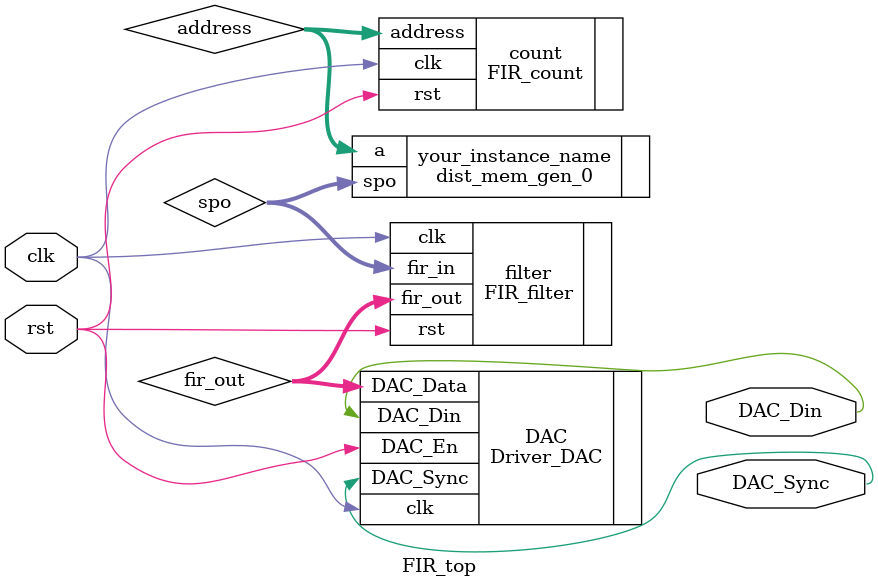
<source format=v>
`timescale 1ns / 1ps
module FIR_top(
		input clk,
		input rst,
		output DAC_Din,
		output DAC_Sync
		);
		wire [7:0]spo;
		wire [8:0]address;
		wire [7:0]fir_out;
		dist_mem_gen_0 your_instance_name (
			.a(address),
			.spo(spo)
		);
		FIR_count count(
			.clk(clk),
			.rst(rst),
			.address(address)
		);
		FIR_filter filter(
			.clk(clk),
			.rst(rst),
			.fir_in(spo),
			.fir_out(fir_out)
		);
		 Driver_DAC  DAC(//.clk_100MHz(clk),
		 .clk(clk),
		 .DAC_Data(fir_out),
		 .DAC_En(rst),
		 .DAC_Din(DAC_Din),
		 .DAC_Sync(DAC_Sync));
		
endmodule

</source>
